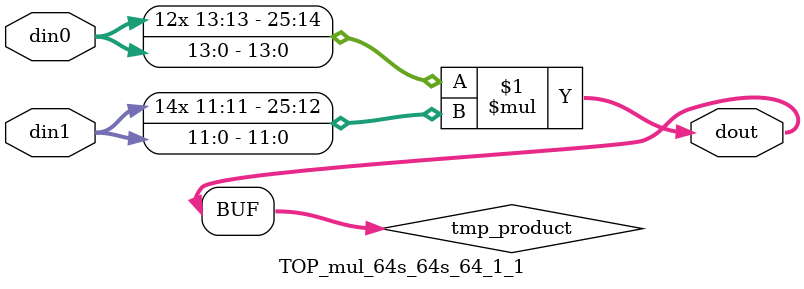
<source format=v>

`timescale 1 ns / 1 ps

  module TOP_mul_64s_64s_64_1_1(din0, din1, dout);
parameter ID = 1;
parameter NUM_STAGE = 0;
parameter din0_WIDTH = 14;
parameter din1_WIDTH = 12;
parameter dout_WIDTH = 26;

input [din0_WIDTH - 1 : 0] din0; 
input [din1_WIDTH - 1 : 0] din1; 
output [dout_WIDTH - 1 : 0] dout;

wire signed [dout_WIDTH - 1 : 0] tmp_product;













assign tmp_product = $signed(din0) * $signed(din1);








assign dout = tmp_product;







endmodule

</source>
